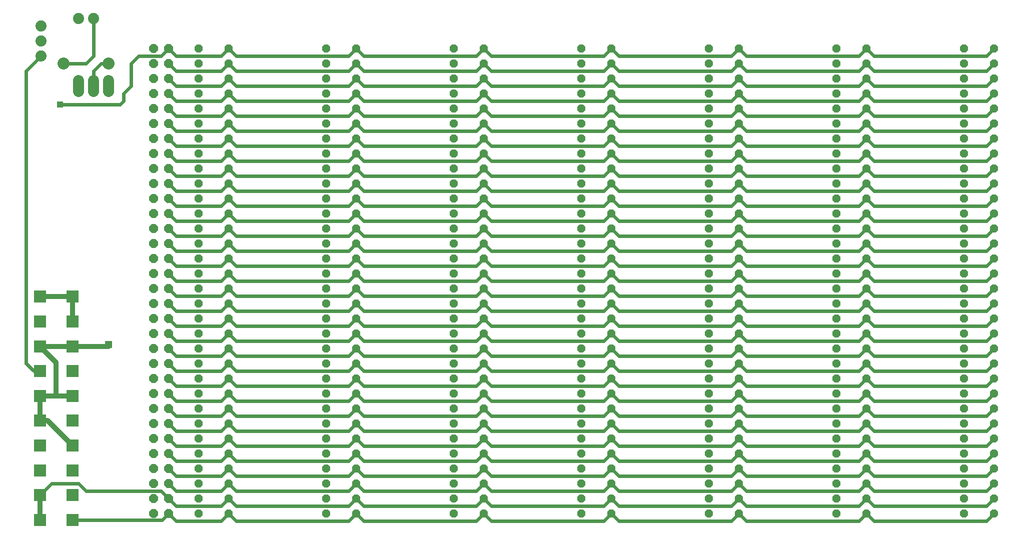
<source format=gbl>
G75*
G70*
%OFA0B0*%
%FSLAX24Y24*%
%IPPOS*%
%LPD*%
%AMOC8*
5,1,8,0,0,1.08239X$1,22.5*
%
%ADD10OC8,0.0560*%
%ADD11OC8,0.0600*%
%ADD12C,0.0740*%
%ADD13C,0.0800*%
%ADD14C,0.0740*%
%ADD15R,0.0827X0.0827*%
%ADD16C,0.0240*%
%ADD17C,0.0320*%
%ADD18R,0.0475X0.0475*%
%ADD19R,0.0396X0.0396*%
D10*
X014680Y003570D03*
X014680Y004570D03*
X016680Y004570D03*
X016680Y003570D03*
X016680Y005570D03*
X014680Y005570D03*
X014680Y006570D03*
X014680Y007570D03*
X016680Y007570D03*
X016680Y006570D03*
X016680Y008570D03*
X014680Y008570D03*
X014680Y009570D03*
X014680Y010570D03*
X016680Y010570D03*
X016680Y009570D03*
X016680Y011570D03*
X016680Y012570D03*
X014680Y012570D03*
X014680Y011570D03*
X014680Y013570D03*
X016680Y013570D03*
X016680Y014570D03*
X016680Y015570D03*
X014680Y015570D03*
X014680Y014570D03*
X014680Y016570D03*
X016680Y016570D03*
X016680Y017570D03*
X016680Y018570D03*
X014680Y018570D03*
X014680Y017570D03*
X014680Y019570D03*
X014680Y020570D03*
X016680Y020570D03*
X016680Y019570D03*
X016680Y021570D03*
X014680Y021570D03*
X014680Y022570D03*
X014680Y023570D03*
X016680Y023570D03*
X016680Y022570D03*
X016680Y024570D03*
X014680Y024570D03*
X014680Y025570D03*
X014680Y026570D03*
X016680Y026570D03*
X016680Y025570D03*
X016680Y027570D03*
X016680Y028570D03*
X014680Y028570D03*
X014680Y027570D03*
X014680Y029570D03*
X016680Y029570D03*
X016680Y030570D03*
X016680Y031570D03*
X014680Y031570D03*
X014680Y030570D03*
X014680Y032570D03*
X016680Y032570D03*
X016680Y033570D03*
X016680Y034570D03*
X014680Y034570D03*
X014680Y033570D03*
X023180Y033570D03*
X023180Y034570D03*
X025180Y034570D03*
X025180Y033570D03*
X025180Y032570D03*
X025180Y031570D03*
X025180Y030570D03*
X025180Y029570D03*
X025180Y028570D03*
X025180Y027570D03*
X025180Y026570D03*
X025180Y025570D03*
X025180Y024570D03*
X025180Y023570D03*
X025180Y022570D03*
X025180Y021570D03*
X025180Y020570D03*
X025180Y019570D03*
X025180Y018570D03*
X025180Y017570D03*
X025180Y016570D03*
X025180Y015570D03*
X025180Y014570D03*
X025180Y013570D03*
X025180Y012570D03*
X025180Y011570D03*
X025180Y010570D03*
X025180Y009570D03*
X025180Y008570D03*
X025180Y007570D03*
X025180Y006570D03*
X025180Y005570D03*
X025180Y004570D03*
X025180Y003570D03*
X023180Y003570D03*
X023180Y004570D03*
X023180Y005570D03*
X023180Y006570D03*
X023180Y007570D03*
X023180Y008570D03*
X023180Y009570D03*
X023180Y010570D03*
X023180Y011570D03*
X023180Y012570D03*
X023180Y013570D03*
X023180Y014570D03*
X023180Y015570D03*
X023180Y016570D03*
X023180Y017570D03*
X023180Y018570D03*
X023180Y019570D03*
X023180Y020570D03*
X023180Y021570D03*
X023180Y022570D03*
X023180Y023570D03*
X023180Y024570D03*
X023180Y025570D03*
X023180Y026570D03*
X023180Y027570D03*
X023180Y028570D03*
X023180Y029570D03*
X023180Y030570D03*
X023180Y031570D03*
X023180Y032570D03*
X031680Y032570D03*
X031680Y031570D03*
X031680Y030570D03*
X031680Y029570D03*
X031680Y028570D03*
X031680Y027570D03*
X031680Y026570D03*
X031680Y025570D03*
X031680Y024570D03*
X031680Y023570D03*
X031680Y022570D03*
X031680Y021570D03*
X031680Y020570D03*
X031680Y019570D03*
X031680Y018570D03*
X031680Y017570D03*
X031680Y016570D03*
X031680Y015570D03*
X031680Y014570D03*
X031680Y013570D03*
X031680Y012570D03*
X031680Y011570D03*
X031680Y010570D03*
X031680Y009570D03*
X031680Y008570D03*
X031680Y007570D03*
X031680Y006570D03*
X031680Y005570D03*
X031680Y004570D03*
X031680Y003570D03*
X033680Y003570D03*
X033680Y004570D03*
X033680Y005570D03*
X033680Y006570D03*
X033680Y007570D03*
X033680Y008570D03*
X033680Y009570D03*
X033680Y010570D03*
X033680Y011570D03*
X033680Y012570D03*
X033680Y013570D03*
X033680Y014570D03*
X033680Y015570D03*
X033680Y016570D03*
X033680Y017570D03*
X033680Y018570D03*
X033680Y019570D03*
X033680Y020570D03*
X033680Y021570D03*
X033680Y022570D03*
X033680Y023570D03*
X033680Y024570D03*
X033680Y025570D03*
X033680Y026570D03*
X033680Y027570D03*
X033680Y028570D03*
X033680Y029570D03*
X033680Y030570D03*
X033680Y031570D03*
X033680Y032570D03*
X033680Y033570D03*
X033680Y034570D03*
X031680Y034570D03*
X031680Y033570D03*
X040180Y033570D03*
X040180Y034570D03*
X042180Y034570D03*
X042180Y033570D03*
X042180Y032570D03*
X040180Y032570D03*
X040180Y031570D03*
X040180Y030570D03*
X042180Y030570D03*
X042180Y031570D03*
X042180Y029570D03*
X040180Y029570D03*
X040180Y028570D03*
X040180Y027570D03*
X042180Y027570D03*
X042180Y028570D03*
X042180Y026570D03*
X042180Y025570D03*
X040180Y025570D03*
X040180Y026570D03*
X040180Y024570D03*
X042180Y024570D03*
X042180Y023570D03*
X042180Y022570D03*
X040180Y022570D03*
X040180Y023570D03*
X040180Y021570D03*
X042180Y021570D03*
X042180Y020570D03*
X042180Y019570D03*
X040180Y019570D03*
X040180Y020570D03*
X040180Y018570D03*
X040180Y017570D03*
X042180Y017570D03*
X042180Y018570D03*
X042180Y016570D03*
X040180Y016570D03*
X040180Y015570D03*
X040180Y014570D03*
X042180Y014570D03*
X042180Y015570D03*
X042180Y013570D03*
X040180Y013570D03*
X040180Y012570D03*
X040180Y011570D03*
X042180Y011570D03*
X042180Y012570D03*
X042180Y010570D03*
X042180Y009570D03*
X040180Y009570D03*
X040180Y010570D03*
X040180Y008570D03*
X042180Y008570D03*
X042180Y007570D03*
X042180Y006570D03*
X040180Y006570D03*
X040180Y007570D03*
X040180Y005570D03*
X042180Y005570D03*
X042180Y004570D03*
X042180Y003570D03*
X040180Y003570D03*
X040180Y004570D03*
X048680Y004570D03*
X048680Y003570D03*
X050680Y003570D03*
X050680Y004570D03*
X050680Y005570D03*
X050680Y006570D03*
X050680Y007570D03*
X050680Y008570D03*
X050680Y009570D03*
X050680Y010570D03*
X050680Y011570D03*
X050680Y012570D03*
X050680Y013570D03*
X050680Y014570D03*
X050680Y015570D03*
X050680Y016570D03*
X050680Y017570D03*
X050680Y018570D03*
X050680Y019570D03*
X050680Y020570D03*
X050680Y021570D03*
X050680Y022570D03*
X050680Y023570D03*
X050680Y024570D03*
X050680Y025570D03*
X050680Y026570D03*
X050680Y027570D03*
X050680Y028570D03*
X050680Y029570D03*
X050680Y030570D03*
X050680Y031570D03*
X050680Y032570D03*
X050680Y033570D03*
X050680Y034570D03*
X048680Y034570D03*
X048680Y033570D03*
X048680Y032570D03*
X048680Y031570D03*
X048680Y030570D03*
X048680Y029570D03*
X048680Y028570D03*
X048680Y027570D03*
X048680Y026570D03*
X048680Y025570D03*
X048680Y024570D03*
X048680Y023570D03*
X048680Y022570D03*
X048680Y021570D03*
X048680Y020570D03*
X048680Y019570D03*
X048680Y018570D03*
X048680Y017570D03*
X048680Y016570D03*
X048680Y015570D03*
X048680Y014570D03*
X048680Y013570D03*
X048680Y012570D03*
X048680Y011570D03*
X048680Y010570D03*
X048680Y009570D03*
X048680Y008570D03*
X048680Y007570D03*
X048680Y006570D03*
X048680Y005570D03*
X057180Y005570D03*
X057180Y004570D03*
X057180Y003570D03*
X059180Y003570D03*
X059180Y004570D03*
X059180Y005570D03*
X059180Y006570D03*
X059180Y007570D03*
X059180Y008570D03*
X059180Y009570D03*
X059180Y010570D03*
X059180Y011570D03*
X059180Y012570D03*
X059180Y013570D03*
X059180Y014570D03*
X059180Y015570D03*
X059180Y016570D03*
X059180Y017570D03*
X059180Y018570D03*
X059180Y019570D03*
X059180Y020570D03*
X059180Y021570D03*
X059180Y022570D03*
X059180Y023570D03*
X059180Y024570D03*
X059180Y025570D03*
X059180Y026570D03*
X059180Y027570D03*
X059180Y028570D03*
X059180Y029570D03*
X059180Y030570D03*
X059180Y031570D03*
X059180Y032570D03*
X059180Y033570D03*
X059180Y034570D03*
X057180Y034570D03*
X057180Y033570D03*
X057180Y032570D03*
X057180Y031570D03*
X057180Y030570D03*
X057180Y029570D03*
X057180Y028570D03*
X057180Y027570D03*
X057180Y026570D03*
X057180Y025570D03*
X057180Y024570D03*
X057180Y023570D03*
X057180Y022570D03*
X057180Y021570D03*
X057180Y020570D03*
X057180Y019570D03*
X057180Y018570D03*
X057180Y017570D03*
X057180Y016570D03*
X057180Y015570D03*
X057180Y014570D03*
X057180Y013570D03*
X057180Y012570D03*
X057180Y011570D03*
X057180Y010570D03*
X057180Y009570D03*
X057180Y008570D03*
X057180Y007570D03*
X057180Y006570D03*
X065680Y006570D03*
X065680Y007570D03*
X067680Y007570D03*
X067680Y006570D03*
X067680Y005570D03*
X065680Y005570D03*
X065680Y004570D03*
X065680Y003570D03*
X067680Y003570D03*
X067680Y004570D03*
X067680Y008570D03*
X065680Y008570D03*
X065680Y009570D03*
X065680Y010570D03*
X067680Y010570D03*
X067680Y009570D03*
X067680Y011570D03*
X067680Y012570D03*
X065680Y012570D03*
X065680Y011570D03*
X065680Y013570D03*
X067680Y013570D03*
X067680Y014570D03*
X067680Y015570D03*
X065680Y015570D03*
X065680Y014570D03*
X065680Y016570D03*
X067680Y016570D03*
X067680Y017570D03*
X067680Y018570D03*
X065680Y018570D03*
X065680Y017570D03*
X065680Y019570D03*
X065680Y020570D03*
X067680Y020570D03*
X067680Y019570D03*
X067680Y021570D03*
X065680Y021570D03*
X065680Y022570D03*
X065680Y023570D03*
X067680Y023570D03*
X067680Y022570D03*
X067680Y024570D03*
X065680Y024570D03*
X065680Y025570D03*
X065680Y026570D03*
X067680Y026570D03*
X067680Y025570D03*
X067680Y027570D03*
X067680Y028570D03*
X065680Y028570D03*
X065680Y027570D03*
X065680Y029570D03*
X067680Y029570D03*
X067680Y030570D03*
X067680Y031570D03*
X065680Y031570D03*
X065680Y030570D03*
X065680Y032570D03*
X067680Y032570D03*
X067680Y033570D03*
X067680Y034570D03*
X065680Y034570D03*
X065680Y033570D03*
D11*
X012680Y033570D03*
X011680Y033570D03*
X011680Y034570D03*
X012680Y034570D03*
X012680Y032570D03*
X011680Y032570D03*
X011680Y031570D03*
X012680Y031570D03*
X012680Y030570D03*
X011680Y030570D03*
X011680Y029570D03*
X012680Y029570D03*
X012680Y028570D03*
X011680Y028570D03*
X011680Y027570D03*
X012680Y027570D03*
X012680Y026570D03*
X011680Y026570D03*
X011680Y025570D03*
X012680Y025570D03*
X012680Y024570D03*
X011680Y024570D03*
X011680Y023570D03*
X012680Y023570D03*
X012680Y022570D03*
X011680Y022570D03*
X011680Y021570D03*
X012680Y021570D03*
X012680Y020570D03*
X011680Y020570D03*
X011680Y019570D03*
X012680Y019570D03*
X012680Y018570D03*
X011680Y018570D03*
X011680Y017570D03*
X012680Y017570D03*
X012680Y016570D03*
X011680Y016570D03*
X011680Y015570D03*
X012680Y015570D03*
X012680Y014570D03*
X011680Y014570D03*
X011680Y013570D03*
X012680Y013570D03*
X012680Y012570D03*
X011680Y012570D03*
X011680Y011570D03*
X012680Y011570D03*
X012680Y010570D03*
X011680Y010570D03*
X011680Y009570D03*
X012680Y009570D03*
X012680Y008570D03*
X011680Y008570D03*
X011680Y007570D03*
X012680Y007570D03*
X012680Y006570D03*
X011680Y006570D03*
X011680Y005570D03*
X012680Y005570D03*
X012680Y004570D03*
X011680Y004570D03*
X011680Y003570D03*
X012680Y003570D03*
D12*
X004180Y034070D03*
X004180Y035070D03*
X004180Y036070D03*
X006680Y036570D03*
X007680Y036570D03*
D13*
X008680Y033570D03*
X005680Y033570D03*
D14*
X006680Y032440D02*
X006680Y031700D01*
X007680Y031700D02*
X007680Y032440D01*
X008680Y032440D02*
X008680Y031700D01*
D15*
X004097Y003129D03*
X006263Y003129D03*
X006263Y004783D03*
X004097Y004783D03*
X004097Y006436D03*
X006263Y006436D03*
X006263Y008090D03*
X004097Y008090D03*
X004097Y009743D03*
X006263Y009743D03*
X006263Y011397D03*
X004097Y011397D03*
X004097Y013050D03*
X006263Y013050D03*
X006263Y014704D03*
X004097Y014704D03*
X004097Y016357D03*
X006263Y016357D03*
X006263Y018011D03*
X004097Y018011D03*
D16*
X003180Y013570D02*
X003180Y033070D01*
X004180Y034070D01*
X005680Y033570D02*
X007180Y033570D01*
X007680Y034070D01*
X007680Y036570D01*
X010680Y034070D02*
X010180Y033570D01*
X010180Y032070D01*
X009680Y031570D01*
X009680Y031070D01*
X009430Y030820D01*
X005430Y030820D01*
X007680Y032070D02*
X007680Y033070D01*
X008180Y033570D01*
X008680Y033570D01*
X010680Y034070D02*
X012180Y034070D01*
X012680Y034570D01*
X013180Y034070D01*
X016180Y034070D01*
X016680Y034570D01*
X017180Y034070D01*
X024680Y034070D01*
X025180Y034570D01*
X025680Y034070D01*
X033180Y034070D01*
X033680Y034570D01*
X034180Y034070D01*
X041680Y034070D01*
X042180Y034570D01*
X042680Y034070D01*
X050180Y034070D01*
X050680Y034570D01*
X051180Y034070D01*
X058680Y034070D01*
X059180Y034570D01*
X059680Y034070D01*
X067180Y034070D01*
X067680Y034570D01*
X067680Y033570D02*
X067180Y033070D01*
X059680Y033070D01*
X059180Y033570D01*
X058680Y033070D01*
X051180Y033070D01*
X050680Y033570D01*
X050180Y033070D01*
X042680Y033070D01*
X042180Y033570D01*
X041680Y033070D01*
X034180Y033070D01*
X033680Y033570D01*
X033180Y033070D01*
X025680Y033070D01*
X025180Y033570D01*
X024680Y033070D01*
X017180Y033070D01*
X016680Y033570D01*
X016180Y033070D01*
X013180Y033070D01*
X012680Y033570D01*
X012680Y032570D02*
X013180Y032070D01*
X016180Y032070D01*
X016680Y032570D01*
X017180Y032070D01*
X024680Y032070D01*
X025180Y032570D01*
X025680Y032070D01*
X033180Y032070D01*
X033680Y032570D01*
X034180Y032070D01*
X041680Y032070D01*
X042180Y032570D01*
X042680Y032070D01*
X050180Y032070D01*
X050680Y032570D01*
X051180Y032070D01*
X058680Y032070D01*
X059180Y032570D01*
X059680Y032070D01*
X067180Y032070D01*
X067680Y032570D01*
X067680Y031570D02*
X067180Y031070D01*
X059680Y031070D01*
X059180Y031570D01*
X058680Y031070D01*
X051180Y031070D01*
X050680Y031570D01*
X050180Y031070D01*
X042680Y031070D01*
X042180Y031570D01*
X041680Y031070D01*
X034180Y031070D01*
X033680Y031570D01*
X033180Y031070D01*
X025680Y031070D01*
X025180Y031570D01*
X024680Y031070D01*
X017180Y031070D01*
X016680Y031570D01*
X016180Y031070D01*
X013180Y031070D01*
X012680Y031570D01*
X012680Y030570D02*
X013180Y030070D01*
X016180Y030070D01*
X016680Y030570D01*
X017180Y030070D01*
X024680Y030070D01*
X025180Y030570D01*
X025680Y030070D01*
X033180Y030070D01*
X033680Y030570D01*
X034180Y030070D01*
X041680Y030070D01*
X042180Y030570D01*
X042680Y030070D01*
X050180Y030070D01*
X050680Y030570D01*
X051180Y030070D01*
X058680Y030070D01*
X059180Y030570D01*
X059680Y030070D01*
X067180Y030070D01*
X067680Y030570D01*
X067680Y029570D02*
X067180Y029070D01*
X059680Y029070D01*
X059180Y029570D01*
X058680Y029070D01*
X051180Y029070D01*
X050680Y029570D01*
X050180Y029070D01*
X042680Y029070D01*
X042180Y029570D01*
X041680Y029070D01*
X034180Y029070D01*
X033680Y029570D01*
X033180Y029070D01*
X025680Y029070D01*
X025180Y029570D01*
X024680Y029070D01*
X017180Y029070D01*
X016680Y029570D01*
X016180Y029070D01*
X013180Y029070D01*
X012680Y029570D01*
X012680Y028570D02*
X013180Y028070D01*
X016180Y028070D01*
X016680Y028570D01*
X017180Y028070D01*
X024680Y028070D01*
X025180Y028570D01*
X025680Y028070D01*
X033180Y028070D01*
X033680Y028570D01*
X034180Y028070D01*
X041680Y028070D01*
X042180Y028570D01*
X042680Y028070D01*
X050180Y028070D01*
X050680Y028570D01*
X051180Y028070D01*
X058680Y028070D01*
X059180Y028570D01*
X059680Y028070D01*
X067180Y028070D01*
X067680Y028570D01*
X067680Y027570D02*
X067180Y027070D01*
X059680Y027070D01*
X059180Y027570D01*
X058680Y027070D01*
X051180Y027070D01*
X050680Y027570D01*
X050180Y027070D01*
X042680Y027070D01*
X042180Y027570D01*
X041680Y027070D01*
X034180Y027070D01*
X033680Y027570D01*
X033180Y027070D01*
X025680Y027070D01*
X025180Y027570D01*
X024680Y027070D01*
X017180Y027070D01*
X016680Y027570D01*
X016180Y027070D01*
X013180Y027070D01*
X012680Y027570D01*
X012680Y026570D02*
X013180Y026070D01*
X016180Y026070D01*
X016680Y026570D01*
X017180Y026070D01*
X024680Y026070D01*
X025180Y026570D01*
X025680Y026070D01*
X033180Y026070D01*
X033680Y026570D01*
X034180Y026070D01*
X041680Y026070D01*
X042180Y026570D01*
X042680Y026070D01*
X050180Y026070D01*
X050680Y026570D01*
X051180Y026070D01*
X058680Y026070D01*
X059180Y026570D01*
X059680Y026070D01*
X067180Y026070D01*
X067680Y026570D01*
X067680Y025570D02*
X067180Y025070D01*
X059680Y025070D01*
X059180Y025570D01*
X058680Y025070D01*
X051180Y025070D01*
X050680Y025570D01*
X050180Y025070D01*
X042680Y025070D01*
X042180Y025570D01*
X041680Y025070D01*
X034180Y025070D01*
X033680Y025570D01*
X033180Y025070D01*
X025680Y025070D01*
X025180Y025570D01*
X024680Y025070D01*
X017180Y025070D01*
X016680Y025570D01*
X016180Y025070D01*
X013180Y025070D01*
X012680Y025570D01*
X012680Y024570D02*
X013180Y024070D01*
X016180Y024070D01*
X016680Y024570D01*
X017180Y024070D01*
X024680Y024070D01*
X025180Y024570D01*
X025680Y024070D01*
X033180Y024070D01*
X033680Y024570D01*
X034180Y024070D01*
X041680Y024070D01*
X042180Y024570D01*
X042680Y024070D01*
X050180Y024070D01*
X050680Y024570D01*
X051180Y024070D01*
X058680Y024070D01*
X059180Y024570D01*
X059680Y024070D01*
X067180Y024070D01*
X067680Y024570D01*
X067680Y023570D02*
X067180Y023070D01*
X059680Y023070D01*
X059180Y023570D01*
X058680Y023070D01*
X051180Y023070D01*
X050680Y023570D01*
X050180Y023070D01*
X042680Y023070D01*
X042180Y023570D01*
X041680Y023070D01*
X034180Y023070D01*
X033680Y023570D01*
X033180Y023070D01*
X025680Y023070D01*
X025180Y023570D01*
X024680Y023070D01*
X017180Y023070D01*
X016680Y023570D01*
X016180Y023070D01*
X013180Y023070D01*
X012680Y023570D01*
X012680Y022570D02*
X013180Y022070D01*
X016180Y022070D01*
X016680Y022570D01*
X017180Y022070D01*
X024680Y022070D01*
X025180Y022570D01*
X025680Y022070D01*
X033180Y022070D01*
X033680Y022570D01*
X034180Y022070D01*
X041680Y022070D01*
X042180Y022570D01*
X042680Y022070D01*
X050180Y022070D01*
X050680Y022570D01*
X051180Y022070D01*
X058680Y022070D01*
X059180Y022570D01*
X059680Y022070D01*
X067180Y022070D01*
X067680Y022570D01*
X067680Y021570D02*
X067180Y021070D01*
X059680Y021070D01*
X059180Y021570D01*
X058680Y021070D01*
X051180Y021070D01*
X050680Y021570D01*
X050180Y021070D01*
X042680Y021070D01*
X042180Y021570D01*
X041680Y021070D01*
X034180Y021070D01*
X033680Y021570D01*
X033180Y021070D01*
X025680Y021070D01*
X025180Y021570D01*
X024680Y021070D01*
X017180Y021070D01*
X016680Y021570D01*
X016180Y021070D01*
X013180Y021070D01*
X012680Y021570D01*
X012680Y020570D02*
X013180Y020070D01*
X016180Y020070D01*
X016680Y020570D01*
X017180Y020070D01*
X024680Y020070D01*
X025180Y020570D01*
X025680Y020070D01*
X033180Y020070D01*
X033680Y020570D01*
X034180Y020070D01*
X041680Y020070D01*
X042180Y020570D01*
X042680Y020070D01*
X050180Y020070D01*
X050680Y020570D01*
X051180Y020070D01*
X058680Y020070D01*
X059180Y020570D01*
X059680Y020070D01*
X067180Y020070D01*
X067680Y020570D01*
X067680Y019570D02*
X067180Y019070D01*
X059680Y019070D01*
X059180Y019570D01*
X058680Y019070D01*
X051180Y019070D01*
X050680Y019570D01*
X050180Y019070D01*
X042680Y019070D01*
X042180Y019570D01*
X041680Y019070D01*
X034180Y019070D01*
X033680Y019570D01*
X033180Y019070D01*
X025680Y019070D01*
X025180Y019570D01*
X024680Y019070D01*
X017180Y019070D01*
X016680Y019570D01*
X016180Y019070D01*
X013180Y019070D01*
X012680Y019570D01*
X012680Y018570D02*
X013180Y018070D01*
X016180Y018070D01*
X016680Y018570D01*
X017180Y018070D01*
X024680Y018070D01*
X025180Y018570D01*
X025680Y018070D01*
X033180Y018070D01*
X033680Y018570D01*
X034180Y018070D01*
X041680Y018070D01*
X042180Y018570D01*
X042680Y018070D01*
X050180Y018070D01*
X050680Y018570D01*
X051180Y018070D01*
X058680Y018070D01*
X059180Y018570D01*
X059680Y018070D01*
X067180Y018070D01*
X067680Y018570D01*
X067680Y017570D02*
X067180Y017070D01*
X059680Y017070D01*
X059180Y017570D01*
X058680Y017070D01*
X051180Y017070D01*
X050680Y017570D01*
X050180Y017070D01*
X042680Y017070D01*
X042180Y017570D01*
X041680Y017070D01*
X034180Y017070D01*
X033680Y017570D01*
X033180Y017070D01*
X025680Y017070D01*
X025180Y017570D01*
X024680Y017070D01*
X017180Y017070D01*
X016680Y017570D01*
X016180Y017070D01*
X013180Y017070D01*
X012680Y017570D01*
X012680Y016570D02*
X013180Y016070D01*
X016180Y016070D01*
X016680Y016570D01*
X017180Y016070D01*
X024680Y016070D01*
X025180Y016570D01*
X025680Y016070D01*
X033180Y016070D01*
X033680Y016570D01*
X034180Y016070D01*
X041680Y016070D01*
X042180Y016570D01*
X042680Y016070D01*
X050180Y016070D01*
X050680Y016570D01*
X051180Y016070D01*
X058680Y016070D01*
X059180Y016570D01*
X059680Y016070D01*
X067180Y016070D01*
X067680Y016570D01*
X067680Y015570D02*
X067180Y015070D01*
X059680Y015070D01*
X059180Y015570D01*
X058680Y015070D01*
X051180Y015070D01*
X050680Y015570D01*
X050180Y015070D01*
X042680Y015070D01*
X042180Y015570D01*
X041680Y015070D01*
X034180Y015070D01*
X033680Y015570D01*
X033180Y015070D01*
X025680Y015070D01*
X025180Y015570D01*
X024680Y015070D01*
X017180Y015070D01*
X016680Y015570D01*
X016180Y015070D01*
X013180Y015070D01*
X012680Y015570D01*
X012680Y014570D02*
X013180Y014070D01*
X016180Y014070D01*
X016680Y014570D01*
X017180Y014070D01*
X024680Y014070D01*
X025180Y014570D01*
X025680Y014070D01*
X033180Y014070D01*
X033680Y014570D01*
X034180Y014070D01*
X041680Y014070D01*
X042180Y014570D01*
X042680Y014070D01*
X050180Y014070D01*
X050680Y014570D01*
X051180Y014070D01*
X058680Y014070D01*
X059180Y014570D01*
X059680Y014070D01*
X067180Y014070D01*
X067680Y014570D01*
X067680Y013570D02*
X067180Y013070D01*
X059680Y013070D01*
X059180Y013570D01*
X058680Y013070D01*
X051180Y013070D01*
X050680Y013570D01*
X050180Y013070D01*
X042680Y013070D01*
X042180Y013570D01*
X041680Y013070D01*
X034180Y013070D01*
X033680Y013570D01*
X033180Y013070D01*
X025680Y013070D01*
X025180Y013570D01*
X024680Y013070D01*
X017180Y013070D01*
X016680Y013570D01*
X016180Y013070D01*
X013180Y013070D01*
X012680Y013570D01*
X012680Y012570D02*
X013180Y012070D01*
X016180Y012070D01*
X016680Y012570D01*
X017180Y012070D01*
X024680Y012070D01*
X025180Y012570D01*
X025680Y012070D01*
X033180Y012070D01*
X033680Y012570D01*
X034180Y012070D01*
X041680Y012070D01*
X042180Y012570D01*
X042680Y012070D01*
X050180Y012070D01*
X050680Y012570D01*
X051180Y012070D01*
X058680Y012070D01*
X059180Y012570D01*
X059680Y012070D01*
X067180Y012070D01*
X067680Y012570D01*
X067680Y011570D02*
X067180Y011070D01*
X059680Y011070D01*
X059180Y011570D01*
X058680Y011070D01*
X051180Y011070D01*
X050680Y011570D01*
X050180Y011070D01*
X042680Y011070D01*
X042180Y011570D01*
X041680Y011070D01*
X034180Y011070D01*
X033680Y011570D01*
X033180Y011070D01*
X025680Y011070D01*
X025180Y011570D01*
X024680Y011070D01*
X017180Y011070D01*
X016680Y011570D01*
X016180Y011070D01*
X013180Y011070D01*
X012680Y011570D01*
X012680Y010570D02*
X013180Y010070D01*
X016180Y010070D01*
X016680Y010570D01*
X017180Y010070D01*
X024680Y010070D01*
X025180Y010570D01*
X025680Y010070D01*
X033180Y010070D01*
X033680Y010570D01*
X034180Y010070D01*
X041680Y010070D01*
X042180Y010570D01*
X042680Y010070D01*
X050180Y010070D01*
X050680Y010570D01*
X051180Y010070D01*
X058680Y010070D01*
X059180Y010570D01*
X059680Y010070D01*
X067180Y010070D01*
X067680Y010570D01*
X067680Y009570D02*
X067180Y009070D01*
X059680Y009070D01*
X059180Y009570D01*
X058680Y009070D01*
X051180Y009070D01*
X050680Y009570D01*
X050180Y009070D01*
X042680Y009070D01*
X042180Y009570D01*
X041680Y009070D01*
X034180Y009070D01*
X033680Y009570D01*
X033180Y009070D01*
X025680Y009070D01*
X025180Y009570D01*
X024680Y009070D01*
X017180Y009070D01*
X016680Y009570D01*
X016180Y009070D01*
X013180Y009070D01*
X012680Y009570D01*
X012680Y008570D02*
X013180Y008070D01*
X016180Y008070D01*
X016680Y008570D01*
X017180Y008070D01*
X024680Y008070D01*
X025180Y008570D01*
X025680Y008070D01*
X033180Y008070D01*
X033680Y008570D01*
X034180Y008070D01*
X041680Y008070D01*
X042180Y008570D01*
X042680Y008070D01*
X050180Y008070D01*
X050680Y008570D01*
X051180Y008070D01*
X058680Y008070D01*
X059180Y008570D01*
X059680Y008070D01*
X067180Y008070D01*
X067680Y008570D01*
X067680Y007570D02*
X067180Y007070D01*
X059680Y007070D01*
X059180Y007570D01*
X058680Y007070D01*
X051180Y007070D01*
X050680Y007570D01*
X050180Y007070D01*
X042680Y007070D01*
X042180Y007570D01*
X041680Y007070D01*
X034180Y007070D01*
X033680Y007570D01*
X033180Y007070D01*
X025680Y007070D01*
X025180Y007570D01*
X024680Y007070D01*
X017180Y007070D01*
X016680Y007570D01*
X016180Y007070D01*
X013180Y007070D01*
X012680Y007570D01*
X012680Y006570D02*
X013180Y006070D01*
X016180Y006070D01*
X016680Y006570D01*
X017180Y006070D01*
X024680Y006070D01*
X025180Y006570D01*
X025680Y006070D01*
X033180Y006070D01*
X033680Y006570D01*
X034180Y006070D01*
X041680Y006070D01*
X042180Y006570D01*
X042680Y006070D01*
X050180Y006070D01*
X050680Y006570D01*
X051180Y006070D01*
X058680Y006070D01*
X059180Y006570D01*
X059680Y006070D01*
X067180Y006070D01*
X067680Y006570D01*
X067680Y005570D02*
X067180Y005070D01*
X059680Y005070D01*
X059180Y005570D01*
X058680Y005070D01*
X051180Y005070D01*
X050680Y005570D01*
X050180Y005070D01*
X042680Y005070D01*
X042180Y005570D01*
X041680Y005070D01*
X034180Y005070D01*
X033680Y005570D01*
X033180Y005070D01*
X025680Y005070D01*
X025180Y005570D01*
X024680Y005070D01*
X017180Y005070D01*
X016680Y005570D01*
X016180Y005070D01*
X013180Y005070D01*
X012680Y005570D01*
X012180Y005070D02*
X007180Y005070D01*
X006680Y005570D01*
X004885Y005570D01*
X004097Y004783D01*
X006263Y003129D02*
X012239Y003129D01*
X012680Y003570D01*
X013180Y003070D01*
X016180Y003070D01*
X016680Y003570D01*
X017180Y003070D01*
X024680Y003070D01*
X025180Y003570D01*
X025680Y003070D01*
X033180Y003070D01*
X033680Y003570D01*
X034180Y003070D01*
X041680Y003070D01*
X042180Y003570D01*
X042680Y003070D01*
X050180Y003070D01*
X050680Y003570D01*
X051180Y003070D01*
X058680Y003070D01*
X059180Y003570D01*
X059680Y003070D01*
X067180Y003070D01*
X067680Y003570D01*
X067180Y004070D02*
X067680Y004570D01*
X067180Y004070D02*
X059680Y004070D01*
X059180Y004570D01*
X058680Y004070D01*
X051180Y004070D01*
X050680Y004570D01*
X050180Y004070D01*
X042680Y004070D01*
X042180Y004570D01*
X041680Y004070D01*
X034180Y004070D01*
X033680Y004570D01*
X033180Y004070D01*
X025680Y004070D01*
X025180Y004570D01*
X024680Y004070D01*
X017180Y004070D01*
X016680Y004570D01*
X016180Y004070D01*
X013180Y004070D01*
X012680Y004570D01*
X012180Y005070D01*
X004097Y013050D02*
X003700Y013050D01*
X003180Y013570D01*
D17*
X004097Y014704D02*
X005180Y013621D01*
X005180Y011397D01*
X004097Y011397D01*
X004097Y009743D01*
X004609Y009743D01*
X006263Y008090D01*
X006263Y011397D02*
X005180Y011397D01*
X006263Y014704D02*
X004097Y014704D01*
X006263Y014704D02*
X008680Y014704D01*
X008680Y014820D01*
X006814Y014704D02*
X006263Y014704D01*
X006263Y016357D02*
X006263Y018011D01*
X004097Y018011D01*
X004097Y004783D02*
X004097Y003129D01*
D18*
X008680Y014820D03*
D19*
X005430Y030820D03*
M02*

</source>
